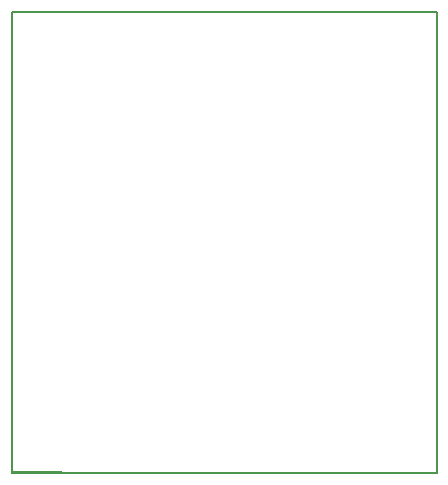
<source format=gbr>
G04 #@! TF.FileFunction,Profile,NP*
%FSLAX46Y46*%
G04 Gerber Fmt 4.6, Leading zero omitted, Abs format (unit mm)*
G04 Created by KiCad (PCBNEW 4.0.4-stable) date 03/17/18 20:15:35*
%MOMM*%
%LPD*%
G01*
G04 APERTURE LIST*
%ADD10C,0.100000*%
%ADD11C,0.150000*%
G04 APERTURE END LIST*
D10*
D11*
X124950000Y-125440000D02*
X129260000Y-125440000D01*
X124950000Y-125450000D02*
X124950000Y-86450000D01*
X160930000Y-125450000D02*
X124950000Y-125450000D01*
X160930000Y-86450000D02*
X160930000Y-125450000D01*
X124950000Y-86450000D02*
X160930000Y-86450000D01*
M02*

</source>
